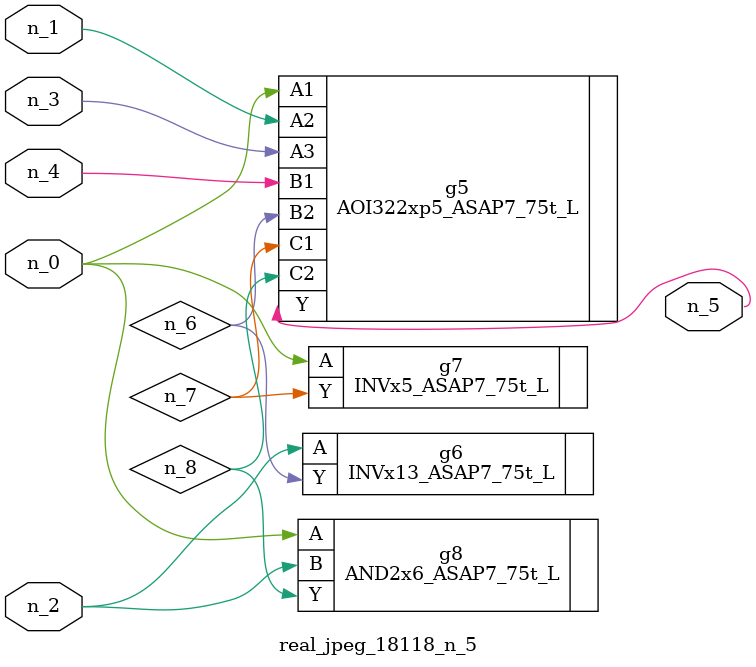
<source format=v>
module real_jpeg_18118_n_5 (n_4, n_0, n_1, n_2, n_3, n_5);

input n_4;
input n_0;
input n_1;
input n_2;
input n_3;

output n_5;

wire n_8;
wire n_6;
wire n_7;

AOI322xp5_ASAP7_75t_L g5 ( 
.A1(n_0),
.A2(n_1),
.A3(n_3),
.B1(n_4),
.B2(n_6),
.C1(n_7),
.C2(n_8),
.Y(n_5)
);

INVx5_ASAP7_75t_L g7 ( 
.A(n_0),
.Y(n_7)
);

AND2x6_ASAP7_75t_L g8 ( 
.A(n_0),
.B(n_2),
.Y(n_8)
);

INVx13_ASAP7_75t_L g6 ( 
.A(n_2),
.Y(n_6)
);


endmodule
</source>
